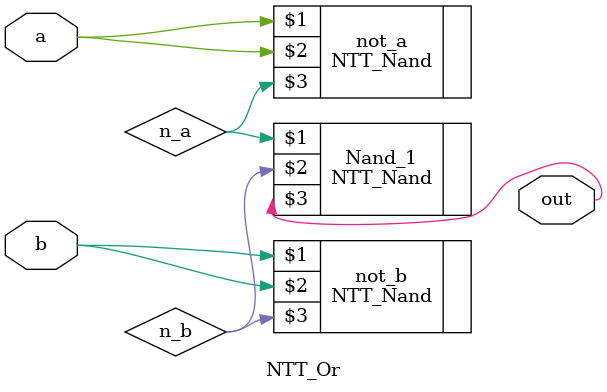
<source format=v>
 /**
 * Or gate:
 * out = 1 if (a == 1 or b == 1)
 *       0 otherwise
 */
`default_nettype none

module NTT_Or(
    input wire a,
    input wire b,
    output wire out
);


wire n_a, n_b;

NTT_Nand not_a(a, a, n_a);
NTT_Nand not_b(b, b, n_b);
NTT_Nand Nand_1(n_a, n_b, out);

endmodule

</source>
